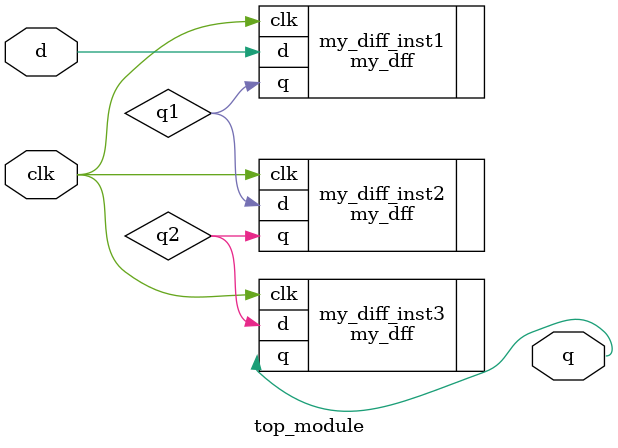
<source format=v>
module top_module(
    input clk,
    input d,
    output q
);

    wire q1, q2;

    my_dff my_diff_inst1(
        .clk(clk),
        .d(d),
        .q(q1)
    );

    my_dff my_diff_inst2(
        .clk(clk),
        .d(q1),
        .q(q2)
    );

    my_dff my_diff_inst3(
        .clk(clk),
        .d(q2),
        .q(q)
    );

endmodule
</source>
